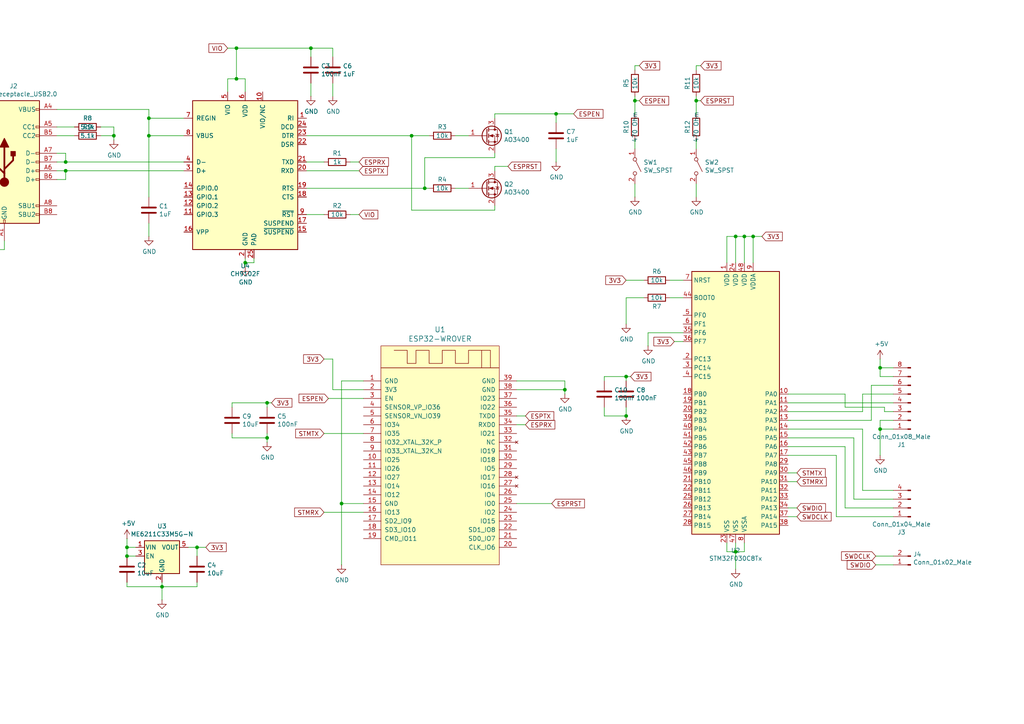
<source format=kicad_sch>
(kicad_sch (version 20250114) (generator "eeschema") (generator_version "9.0")
  (paper "A4")
  (lib_symbols
    (symbol "Connector:Conn_01x02_Male" (pin_names (offset 1.016) (hide yes))
      (property "Reference" "J" (at 0 2.54 0))
      (property "Value" "Connector_Conn_01x02_Male" (at 0 -5.08 0))
      (symbol "Conn_01x02_Male_1_1"
        (rectangle (start 0.8636 0.127) (end 0 -0.127) (stroke (width 0.1524)) (fill (type outline)))
        (rectangle (start 0.8636 -2.413) (end 0 -2.667) (stroke (width 0.1524)) (fill (type outline)))
        (polyline (pts (xy 1.27 0) (xy 0.8636 0)) (stroke (width 0.1524)))
        (polyline (pts (xy 1.27 -2.54) (xy 0.8636 -2.54)) (stroke (width 0.1524)))
        (pin passive line (at 5.08 0 180) (length 3.81) (name "Pin_1") (number "1"))
        (pin passive line (at 5.08 -2.54 180) (length 3.81) (name "Pin_2") (number "2"))
      )
    )
    (symbol "Connector:Conn_01x04_Male" (pin_names (offset 1.016) (hide yes))
      (property "Reference" "J" (at 0 5.08 0))
      (property "Value" "Connector_Conn_01x04_Male" (at 0 -7.62 0))
      (symbol "Conn_01x04_Male_1_1"
        (rectangle (start 0.8636 2.667) (end 0 2.413) (stroke (width 0.1524)) (fill (type outline)))
        (rectangle (start 0.8636 0.127) (end 0 -0.127) (stroke (width 0.1524)) (fill (type outline)))
        (rectangle (start 0.8636 -2.413) (end 0 -2.667) (stroke (width 0.1524)) (fill (type outline)))
        (rectangle (start 0.8636 -4.953) (end 0 -5.207) (stroke (width 0.1524)) (fill (type outline)))
        (polyline (pts (xy 1.27 2.54) (xy 0.8636 2.54)) (stroke (width 0.1524)))
        (polyline (pts (xy 1.27 0) (xy 0.8636 0)) (stroke (width 0.1524)))
        (polyline (pts (xy 1.27 -2.54) (xy 0.8636 -2.54)) (stroke (width 0.1524)))
        (polyline (pts (xy 1.27 -5.08) (xy 0.8636 -5.08)) (stroke (width 0.1524)))
        (pin passive line (at 5.08 2.54 180) (length 3.81) (name "Pin_1") (number "1"))
        (pin passive line (at 5.08 0 180) (length 3.81) (name "Pin_2") (number "2"))
        (pin passive line (at 5.08 -2.54 180) (length 3.81) (name "Pin_3") (number "3"))
        (pin passive line (at 5.08 -5.08 180) (length 3.81) (name "Pin_4") (number "4"))
      )
    )
    (symbol "Connector:Conn_01x08_Male" (pin_names (offset 1.016) (hide yes))
      (property "Reference" "J" (at 0 10.16 0))
      (property "Value" "Connector_Conn_01x08_Male" (at 0 -12.7 0))
      (symbol "Conn_01x08_Male_1_1"
        (rectangle (start 0.8636 7.747) (end 0 7.493) (stroke (width 0.1524)) (fill (type outline)))
        (rectangle (start 0.8636 5.207) (end 0 4.953) (stroke (width 0.1524)) (fill (type outline)))
        (rectangle (start 0.8636 2.667) (end 0 2.413) (stroke (width 0.1524)) (fill (type outline)))
        (rectangle (start 0.8636 0.127) (end 0 -0.127) (stroke (width 0.1524)) (fill (type outline)))
        (rectangle (start 0.8636 -2.413) (end 0 -2.667) (stroke (width 0.1524)) (fill (type outline)))
        (rectangle (start 0.8636 -4.953) (end 0 -5.207) (stroke (width 0.1524)) (fill (type outline)))
        (rectangle (start 0.8636 -7.493) (end 0 -7.747) (stroke (width 0.1524)) (fill (type outline)))
        (rectangle (start 0.8636 -10.033) (end 0 -10.287) (stroke (width 0.1524)) (fill (type outline)))
        (polyline (pts (xy 1.27 7.62) (xy 0.8636 7.62)) (stroke (width 0.1524)))
        (polyline (pts (xy 1.27 5.08) (xy 0.8636 5.08)) (stroke (width 0.1524)))
        (polyline (pts (xy 1.27 2.54) (xy 0.8636 2.54)) (stroke (width 0.1524)))
        (polyline (pts (xy 1.27 0) (xy 0.8636 0)) (stroke (width 0.1524)))
        (polyline (pts (xy 1.27 -2.54) (xy 0.8636 -2.54)) (stroke (width 0.1524)))
        (polyline (pts (xy 1.27 -5.08) (xy 0.8636 -5.08)) (stroke (width 0.1524)))
        (polyline (pts (xy 1.27 -7.62) (xy 0.8636 -7.62)) (stroke (width 0.1524)))
        (polyline (pts (xy 1.27 -10.16) (xy 0.8636 -10.16)) (stroke (width 0.1524)))
        (pin passive line (at 5.08 7.62 180) (length 3.81) (name "Pin_1") (number "1"))
        (pin passive line (at 5.08 5.08 180) (length 3.81) (name "Pin_2") (number "2"))
        (pin passive line (at 5.08 2.54 180) (length 3.81) (name "Pin_3") (number "3"))
        (pin passive line (at 5.08 0 180) (length 3.81) (name "Pin_4") (number "4"))
        (pin passive line (at 5.08 -2.54 180) (length 3.81) (name "Pin_5") (number "5"))
        (pin passive line (at 5.08 -5.08 180) (length 3.81) (name "Pin_6") (number "6"))
        (pin passive line (at 5.08 -7.62 180) (length 3.81) (name "Pin_7") (number "7"))
        (pin passive line (at 5.08 -10.16 180) (length 3.81) (name "Pin_8") (number "8"))
      )
    )
    (symbol "Device:C" (pin_numbers (hide yes)) (pin_names (offset 0.254))
      (property "Reference" "C" (at 0.635 2.54 0))
      (property "Value" "C" (at 0.635 -2.54 0))
      (symbol "C_0_1"
        (polyline (pts (xy -2.032 0.762) (xy 2.032 0.762)) (stroke (width 0.508)))
        (polyline (pts (xy -2.032 -0.762) (xy 2.032 -0.762)) (stroke (width 0.508)))
      )
      (symbol "C_1_1"
        (pin passive line (at 0 3.81 270) (length 2.794) (name "~") (number "1"))
        (pin passive line (at 0 -3.81 90) (length 2.794) (name "~") (number "2"))
      )
    )
    (symbol "Device:R" (pin_numbers (hide yes)) (pin_names (offset 0))
      (property "Reference" "R" (at 2.032 0 90))
      (property "Value" "R" (at 0 0 90))
      (symbol "R_0_1"
        (rectangle (start -1.016 -2.54) (end 1.016 2.54) (stroke (width 0.254)))
      )
      (symbol "R_1_1"
        (pin passive line (at 0 3.81 270) (length 1.27) (name "~") (number "1"))
        (pin passive line (at 0 -3.81 90) (length 1.27) (name "~") (number "2"))
      )
    )
    (symbol "Regulator_Linear:AP2112K-3.3" (pin_names (offset 0.254))
      (property "Reference" "U" (at -5.08 5.715 0))
      (property "Value" "AP2112K-3.3" (at 0 5.715 0))
      (symbol "AP2112K-3.3_0_1"
        (rectangle (start -5.08 4.445) (end 5.08 -5.08) (stroke (width 0.254)) (fill (type background)))
      )
      (symbol "AP2112K-3.3_1_1"
        (pin power_in line (at -7.62 2.54 0) (length 2.54) (name "VIN") (number "1"))
        (pin input line (at -7.62 0 0) (length 2.54) (name "EN") (number "3"))
        (pin power_in line (at 0 -7.62 90) (length 2.54) (name "GND") (number "2"))
        (pin no_connect line (at 5.08 0 180) (length 2.54) (hide yes) (name "NC") (number "4"))
        (pin power_out line (at 7.62 2.54 180) (length 2.54) (name "VOUT") (number "5"))
      )
    )
    (symbol "Switch:SW_SPST" (pin_names (offset 0) (hide yes))
      (property "Reference" "SW" (at 0 3.175 0))
      (property "Value" "SW_SPST" (at 0 -2.54 0))
      (symbol "SW_SPST_0_0"
        (circle (center -2.032 0) (radius 0.508))
        (polyline (pts (xy -1.524 0.254) (xy 1.524 1.778)))
        (circle (center 2.032 0) (radius 0.508))
      )
      (symbol "SW_SPST_1_1"
        (pin passive line (at -5.08 0 0) (length 2.54) (name "A") (number "1"))
        (pin passive line (at 5.08 0 180) (length 2.54) (name "B") (number "2"))
      )
    )
    (symbol "Transistor_FET:BSS138" (pin_names (hide yes))
      (property "Reference" "Q" (at 5.08 1.905 0))
      (property "Value" "BSS138" (at 5.08 0 0))
      (symbol "BSS138_0_1"
        (polyline (pts (xy 0.254 1.905) (xy 0.254 -1.905)) (stroke (width 0.254)))
        (polyline (pts (xy 0.254 0) (xy -2.54 0)))
        (polyline (pts (xy 0.762 2.286) (xy 0.762 1.27)) (stroke (width 0.254)))
        (polyline (pts (xy 0.762 0.508) (xy 0.762 -0.508)) (stroke (width 0.254)))
        (polyline (pts (xy 0.762 -1.27) (xy 0.762 -2.286)) (stroke (width 0.254)))
        (polyline (pts (xy 0.762 -1.778) (xy 3.302 -1.778) (xy 3.302 1.778) (xy 0.762 1.778)))
        (polyline (pts (xy 1.016 0) (xy 2.032 0.381) (xy 2.032 -0.381) (xy 1.016 0)) (fill (type outline)))
        (circle (center 1.651 0) (radius 2.794) (stroke (width 0.254)))
        (polyline (pts (xy 2.54 2.54) (xy 2.54 1.778)))
        (circle (center 2.54 1.778) (radius 0.254) (fill (type outline)))
        (circle (center 2.54 -1.778) (radius 0.254) (fill (type outline)))
        (polyline (pts (xy 2.54 -2.54) (xy 2.54 0) (xy 0.762 0)))
        (polyline (pts (xy 2.794 0.508) (xy 2.921 0.381) (xy 3.683 0.381) (xy 3.81 0.254)))
        (polyline (pts (xy 3.302 0.381) (xy 2.921 -0.254) (xy 3.683 -0.254) (xy 3.302 0.381)))
      )
      (symbol "BSS138_1_1"
        (pin input line (at -5.08 0 0) (length 2.54) (name "G") (number "1"))
        (pin passive line (at 2.54 5.08 270) (length 2.54) (name "D") (number "3"))
        (pin passive line (at 2.54 -5.08 90) (length 2.54) (name "S") (number "2"))
      )
    )
    (symbol "edgedriver-cache:Interface_USB_CP2104" (pin_names (offset 1.016))
      (property "Reference" "U" (at -7.62 23.495 0))
      (property "Value" "Interface_USB_CP2104" (at -7.62 21.59 0))
      (symbol "Interface_USB_CP2104_0_1"
        (rectangle (start -15.24 20.32) (end 15.24 -22.86) (stroke (width 0.254)) (fill (type background)))
      )
      (symbol "Interface_USB_CP2104_1_1"
        (pin power_in line (at -17.78 15.24 0) (length 2.54) (name "REGIN") (number "7"))
        (pin input line (at -17.78 10.16 0) (length 2.54) (name "VBUS") (number "8"))
        (pin bidirectional line (at -17.78 2.54 0) (length 2.54) (name "D-") (number "4"))
        (pin bidirectional line (at -17.78 0 0) (length 2.54) (name "D+") (number "3"))
        (pin bidirectional line (at -17.78 -5.08 0) (length 2.54) (name "GPIO.0") (number "14"))
        (pin bidirectional line (at -17.78 -7.62 0) (length 2.54) (name "GPIO.1") (number "13"))
        (pin bidirectional line (at -17.78 -10.16 0) (length 2.54) (name "GPIO.2") (number "12"))
        (pin bidirectional line (at -17.78 -12.7 0) (length 2.54) (name "GPIO.3") (number "11"))
        (pin passive line (at -17.78 -17.78 0) (length 2.54) (name "VPP") (number "16"))
        (pin power_in line (at -5.08 22.86 270) (length 2.54) (name "VIO") (number "5"))
        (pin power_in line (at 0 22.86 270) (length 2.54) (name "VDD") (number "6"))
        (pin power_in line (at 0 -25.4 90) (length 2.54) (name "GND") (number "2"))
        (pin power_in line (at 2.54 -25.4 90) (length 2.54) (name "PAD") (number "25"))
        (pin power_out line (at 5.08 22.86 270) (length 2.54) (name "VIO/NC") (number "10"))
        (pin input line (at 17.78 15.24 180) (length 2.54) (name "RI") (number "1"))
        (pin input line (at 17.78 12.7 180) (length 2.54) (name "DCD") (number "24"))
        (pin output line (at 17.78 10.16 180) (length 2.54) (name "DTR") (number "23"))
        (pin input line (at 17.78 7.62 180) (length 2.54) (name "DSR") (number "22"))
        (pin output line (at 17.78 2.54 180) (length 2.54) (name "TXD") (number "21"))
        (pin input line (at 17.78 0 180) (length 2.54) (name "RXD") (number "20"))
        (pin output line (at 17.78 -5.08 180) (length 2.54) (name "RTS") (number "19"))
        (pin input line (at 17.78 -7.62 180) (length 2.54) (name "CTS") (number "18"))
        (pin bidirectional line (at 17.78 -12.7 180) (length 2.54) (name "~{RST}") (number "9"))
        (pin output line (at 17.78 -15.24 180) (length 2.54) (name "SUSPEND") (number "17"))
        (pin output line (at 17.78 -17.78 180) (length 2.54) (name "~{SUSPEND}") (number "15"))
      )
    )
    (symbol "edgedriver-cache:MCU_ST_STM32F0_STM32F030C8Tx"
      (property "Reference" "U" (at -12.7 39.37 0))
      (property "Value" "MCU_ST_STM32F0_STM32F030C8Tx" (at 7.62 39.37 0))
      (symbol "MCU_ST_STM32F0_STM32F030C8Tx_0_1"
        (rectangle (start -12.7 -38.1) (end 12.7 38.1) (stroke (width 0.254)) (fill (type background)))
      )
      (symbol "MCU_ST_STM32F0_STM32F030C8Tx_1_1"
        (pin input line (at -15.24 35.56 0) (length 2.54) (name "NRST") (number "7"))
        (pin input line (at -15.24 30.48 0) (length 2.54) (name "BOOT0") (number "44"))
        (pin input line (at -15.24 25.4 0) (length 2.54) (name "PF0") (number "5"))
        (pin input line (at -15.24 22.86 0) (length 2.54) (name "PF1") (number "6"))
        (pin bidirectional line (at -15.24 20.32 0) (length 2.54) (name "PF6") (number "35"))
        (pin bidirectional line (at -15.24 17.78 0) (length 2.54) (name "PF7") (number "36"))
        (pin bidirectional line (at -15.24 12.7 0) (length 2.54) (name "PC13") (number "2"))
        (pin bidirectional line (at -15.24 10.16 0) (length 2.54) (name "PC14") (number "3"))
        (pin bidirectional line (at -15.24 7.62 0) (length 2.54) (name "PC15") (number "4"))
        (pin bidirectional line (at -15.24 2.54 0) (length 2.54) (name "PB0") (number "18"))
        (pin bidirectional line (at -15.24 0 0) (length 2.54) (name "PB1") (number "19"))
        (pin bidirectional line (at -15.24 -2.54 0) (length 2.54) (name "PB2") (number "20"))
        (pin bidirectional line (at -15.24 -5.08 0) (length 2.54) (name "PB3") (number "39"))
        (pin bidirectional line (at -15.24 -7.62 0) (length 2.54) (name "PB4") (number "40"))
        (pin bidirectional line (at -15.24 -10.16 0) (length 2.54) (name "PB5") (number "41"))
        (pin bidirectional line (at -15.24 -12.7 0) (length 2.54) (name "PB6") (number "42"))
        (pin bidirectional line (at -15.24 -15.24 0) (length 2.54) (name "PB7") (number "43"))
        (pin bidirectional line (at -15.24 -17.78 0) (length 2.54) (name "PB8") (number "45"))
        (pin bidirectional line (at -15.24 -20.32 0) (length 2.54) (name "PB9") (number "46"))
        (pin bidirectional line (at -15.24 -22.86 0) (length 2.54) (name "PB10") (number "21"))
        (pin bidirectional line (at -15.24 -25.4 0) (length 2.54) (name "PB11") (number "22"))
        (pin bidirectional line (at -15.24 -27.94 0) (length 2.54) (name "PB12") (number "25"))
        (pin bidirectional line (at -15.24 -30.48 0) (length 2.54) (name "PB13") (number "26"))
        (pin bidirectional line (at -15.24 -33.02 0) (length 2.54) (name "PB14") (number "27"))
        (pin bidirectional line (at -15.24 -35.56 0) (length 2.54) (name "PB15") (number "28"))
        (pin power_in line (at -2.54 40.64 270) (length 2.54) (name "VDD") (number "1"))
        (pin power_in line (at -2.54 -40.64 90) (length 2.54) (name "VSS") (number "23"))
        (pin power_in line (at 0 40.64 270) (length 2.54) (name "VDD") (number "24"))
        (pin power_in line (at 0 -40.64 90) (length 2.54) (name "VSS") (number "47"))
        (pin power_in line (at 2.54 40.64 270) (length 2.54) (name "VDD") (number "48"))
        (pin power_in line (at 2.54 -40.64 90) (length 2.54) (name "VSSA") (number "8"))
        (pin power_in line (at 5.08 40.64 270) (length 2.54) (name "VDDA") (number "9"))
        (pin bidirectional line (at 15.24 2.54 180) (length 2.54) (name "PA0") (number "10"))
        (pin bidirectional line (at 15.24 0 180) (length 2.54) (name "PA1") (number "11"))
        (pin bidirectional line (at 15.24 -2.54 180) (length 2.54) (name "PA2") (number "12"))
        (pin bidirectional line (at 15.24 -5.08 180) (length 2.54) (name "PA3") (number "13"))
        (pin bidirectional line (at 15.24 -7.62 180) (length 2.54) (name "PA4") (number "14"))
        (pin bidirectional line (at 15.24 -10.16 180) (length 2.54) (name "PA5") (number "15"))
        (pin bidirectional line (at 15.24 -12.7 180) (length 2.54) (name "PA6") (number "16"))
        (pin bidirectional line (at 15.24 -15.24 180) (length 2.54) (name "PA7") (number "17"))
        (pin bidirectional line (at 15.24 -17.78 180) (length 2.54) (name "PA8") (number "29"))
        (pin bidirectional line (at 15.24 -20.32 180) (length 2.54) (name "PA9") (number "30"))
        (pin bidirectional line (at 15.24 -22.86 180) (length 2.54) (name "PA10") (number "31"))
        (pin bidirectional line (at 15.24 -25.4 180) (length 2.54) (name "PA11") (number "32"))
        (pin bidirectional line (at 15.24 -27.94 180) (length 2.54) (name "PA12") (number "33"))
        (pin bidirectional line (at 15.24 -30.48 180) (length 2.54) (name "PA13") (number "34"))
        (pin bidirectional line (at 15.24 -33.02 180) (length 2.54) (name "PA14") (number "37"))
        (pin bidirectional line (at 15.24 -35.56 180) (length 2.54) (name "PA15") (number "38"))
      )
    )
    (symbol "edgedriver-rescue:USB_C_Receptacle_USB2.0-Connector" (pin_names (offset 1.016))
      (property "Reference" "J" (at -10.16 19.05 0))
      (property "Value" "USB_C_Receptacle_USB2.0-Connector" (at 19.05 19.05 0))
      (symbol "USB_C_Receptacle_USB2.0-Connector_0_0"
        (rectangle (start -0.254 -17.78) (end 0.254 -16.764))
        (rectangle (start 10.16 15.494) (end 9.144 14.986))
        (rectangle (start 10.16 10.414) (end 9.144 9.906))
        (rectangle (start 10.16 7.874) (end 9.144 7.366))
        (rectangle (start 10.16 2.794) (end 9.144 2.286))
        (rectangle (start 10.16 0.254) (end 9.144 -0.254))
        (rectangle (start 10.16 -2.286) (end 9.144 -2.794))
        (rectangle (start 10.16 -4.826) (end 9.144 -5.334))
        (rectangle (start 10.16 -12.446) (end 9.144 -12.954))
        (rectangle (start 10.16 -14.986) (end 9.144 -15.494))
      )
      (symbol "USB_C_Receptacle_USB2.0-Connector_0_1"
        (rectangle (start -10.16 17.78) (end 10.16 -17.78) (stroke (width 0.254)) (fill (type background)))
        (polyline (pts (xy -8.89 -3.81) (xy -8.89 3.81)) (stroke (width 0.508)))
        (rectangle (start -7.62 -3.81) (end -6.35 3.81) (stroke (width 0.254)) (fill (type outline)))
        (arc (start -8.89 3.81) (mid -6.985 5.715) (end -5.08 3.81) (stroke (width 0.508)))
        (arc (start -7.62 3.81) (mid -6.985 4.445) (end -6.35 3.81) (stroke (width 0.254)))
        (arc (start -7.62 3.81) (mid -6.985 4.445) (end -6.35 3.81) (stroke (width 0.254)) (fill (type outline)))
        (arc (start -6.35 -3.81) (mid -6.985 -4.445) (end -7.62 -3.81) (stroke (width 0.254)))
        (arc (start -6.35 -3.81) (mid -6.985 -4.445) (end -7.62 -3.81) (stroke (width 0.254)) (fill (type outline)))
        (arc (start -5.08 -3.81) (mid -6.985 -5.715) (end -8.89 -3.81) (stroke (width 0.508)))
        (polyline (pts (xy -5.08 3.81) (xy -5.08 -3.81)) (stroke (width 0.508)))
        (circle (center -2.54 1.143) (radius 0.635) (stroke (width 0.254)) (fill (type outline)))
        (polyline (pts (xy -1.27 4.318) (xy 0 6.858) (xy 1.27 4.318) (xy -1.27 4.318)) (stroke (width 0.254)) (fill (type outline)))
        (polyline (pts (xy 0 -2.032) (xy 2.54 0.508) (xy 2.54 1.778)) (stroke (width 0.508)))
        (polyline (pts (xy 0 -3.302) (xy -2.54 -0.762) (xy -2.54 0.508)) (stroke (width 0.508)))
        (polyline (pts (xy 0 -5.842) (xy 0 4.318)) (stroke (width 0.508)))
        (circle (center 0 -5.842) (radius 1.27) (fill (type outline)))
        (rectangle (start 1.905 1.778) (end 3.175 3.048) (stroke (width 0.254)) (fill (type outline)))
      )
      (symbol "USB_C_Receptacle_USB2.0-Connector_1_1"
        (pin passive line (at -7.62 -22.86 90) (length 5.08) (name "SHIELD") (number "S1"))
        (pin power_in line (at 0 -22.86 90) (length 5.08) (name "GND") (number "A1"))
        (pin passive line (at 0 -22.86 90) (length 5.08) (hide yes) (name "GND") (number "A12"))
        (pin passive line (at 0 -22.86 90) (length 5.08) (hide yes) (name "GND") (number "B1"))
        (pin passive line (at 0 -22.86 90) (length 5.08) (hide yes) (name "GND") (number "B12"))
        (pin power_in line (at 15.24 15.24 180) (length 5.08) (name "VBUS") (number "A4"))
        (pin passive line (at 15.24 15.24 180) (length 5.08) (hide yes) (name "VBUS") (number "A9"))
        (pin passive line (at 15.24 15.24 180) (length 5.08) (hide yes) (name "VBUS") (number "B4"))
        (pin passive line (at 15.24 15.24 180) (length 5.08) (hide yes) (name "VBUS") (number "B9"))
        (pin bidirectional line (at 15.24 10.16 180) (length 5.08) (name "CC1") (number "A5"))
        (pin bidirectional line (at 15.24 7.62 180) (length 5.08) (name "CC2") (number "B5"))
        (pin bidirectional line (at 15.24 2.54 180) (length 5.08) (name "D-") (number "A7"))
        (pin bidirectional line (at 15.24 0 180) (length 5.08) (name "D-") (number "B7"))
        (pin bidirectional line (at 15.24 -2.54 180) (length 5.08) (name "D+") (number "A6"))
        (pin bidirectional line (at 15.24 -5.08 180) (length 5.08) (name "D+") (number "B6"))
        (pin bidirectional line (at 15.24 -12.7 180) (length 5.08) (name "SBU1") (number "A8"))
        (pin bidirectional line (at 15.24 -15.24 180) (length 5.08) (name "SBU2") (number "B8"))
      )
    )
    (symbol "esp32-wrover:ESP32-WROVER" (pin_names (offset 1.016))
      (property "Reference" "U" (at -15.24 -33.02 0))
      (property "Value" "ESP32-WROVER" (at 6.35 -33.02 0))
      (symbol "ESP32-WROVER_0_1"
        (rectangle (start -17.78 29.21) (end 16.51 22.86) (fill (type background)))
        (rectangle (start -17.78 22.86) (end 16.51 -34.29) (fill (type background)))
        (polyline (pts (xy -13.97 27.94) (xy -10.16 27.94) (xy -10.16 24.13) (xy -7.62 24.13) (xy -7.62 27.94) (xy -3.81 27.94) (xy -3.81 24.13) (xy 0 24.13) (xy 0 27.94) (xy 3.81 27.94) (xy 3.81 24.13) (xy 7.62 24.13) (xy 7.62 27.94) (xy 11.43 27.94) (xy 11.43 22.86)))
        (polyline (pts (xy 11.43 27.94) (xy 13.97 27.94) (xy 13.97 22.86)))
      )
      (symbol "ESP32-WROVER_1_1"
        (pin power_in line (at -22.86 19.05 0) (length 5.08) (name "GND") (number "1"))
        (pin power_in line (at -22.86 16.51 0) (length 5.08) (name "3V3") (number "2"))
        (pin input line (at -22.86 13.97 0) (length 5.08) (name "EN") (number "3"))
        (pin input line (at -22.86 11.43 0) (length 5.08) (name "SENSOR_VP_IO36") (number "4"))
        (pin input line (at -22.86 8.89 0) (length 5.08) (name "SENSOR_VN_IO39") (number "5"))
        (pin input line (at -22.86 6.35 0) (length 5.08) (name "IO34") (number "6"))
        (pin input line (at -22.86 3.81 0) (length 5.08) (name "IO35") (number "7"))
        (pin bidirectional line (at -22.86 1.27 0) (length 5.08) (name "IO32_XTAL_32K_P") (number "8"))
        (pin bidirectional line (at -22.86 -1.27 0) (length 5.08) (name "IO33_XTAL_32K_N") (number "9"))
        (pin bidirectional line (at -22.86 -3.81 0) (length 5.08) (name "IO25") (number "10"))
        (pin bidirectional line (at -22.86 -6.35 0) (length 5.08) (name "IO26") (number "11"))
        (pin bidirectional line (at -22.86 -8.89 0) (length 5.08) (name "IO27") (number "12"))
        (pin bidirectional line (at -22.86 -11.43 0) (length 5.08) (name "IO14") (number "13"))
        (pin bidirectional line (at -22.86 -13.97 0) (length 5.08) (name "IO12") (number "14"))
        (pin power_in line (at -22.86 -16.51 0) (length 5.08) (name "GND") (number "15"))
        (pin bidirectional line (at -22.86 -19.05 0) (length 5.08) (name "IO13") (number "16"))
        (pin bidirectional line (at -22.86 -21.59 0) (length 5.08) (name "SD2_IO9") (number "17"))
        (pin bidirectional line (at -22.86 -24.13 0) (length 5.08) (name "SD3_IO10") (number "18"))
        (pin bidirectional line (at -22.86 -26.67 0) (length 5.08) (name "CMD_IO11") (number "19"))
        (pin power_in line (at 21.59 19.05 180) (length 5.08) (name "GND") (number "39"))
        (pin power_in line (at 21.59 16.51 180) (length 5.08) (name "GND") (number "38"))
        (pin bidirectional line (at 21.59 13.97 180) (length 5.08) (name "IO23") (number "37"))
        (pin bidirectional line (at 21.59 11.43 180) (length 5.08) (name "IO22") (number "36"))
        (pin output line (at 21.59 8.89 180) (length 5.08) (name "TXD0") (number "35"))
        (pin input line (at 21.59 6.35 180) (length 5.08) (name "RXD0") (number "34"))
        (pin bidirectional line (at 21.59 3.81 180) (length 5.08) (name "IO21") (number "33"))
        (pin no_connect line (at 21.59 1.27 180) (length 5.08) (name "NC") (number "32"))
        (pin bidirectional line (at 21.59 -1.27 180) (length 5.08) (name "IO19") (number "31"))
        (pin bidirectional line (at 21.59 -3.81 180) (length 5.08) (name "IO18") (number "30"))
        (pin bidirectional line (at 21.59 -6.35 180) (length 5.08) (name "IO5") (number "29"))
        (pin no_connect line (at 21.59 -8.89 180) (length 5.08) (name "IO17") (number "28"))
        (pin no_connect line (at 21.59 -11.43 180) (length 5.08) (name "IO16") (number "27"))
        (pin bidirectional line (at 21.59 -13.97 180) (length 5.08) (name "IO4") (number "26"))
        (pin bidirectional line (at 21.59 -16.51 180) (length 5.08) (name "IO0") (number "25"))
        (pin bidirectional line (at 21.59 -19.05 180) (length 5.08) (name "IO2") (number "24"))
        (pin bidirectional line (at 21.59 -21.59 180) (length 5.08) (name "IO15") (number "23"))
        (pin bidirectional line (at 21.59 -24.13 180) (length 5.08) (name "SD1_IO8") (number "22"))
        (pin bidirectional line (at 21.59 -26.67 180) (length 5.08) (name "SD0_IO7") (number "21"))
        (pin bidirectional line (at 21.59 -29.21 180) (length 5.08) (name "CLK_IO6") (number "20"))
      )
    )
    (symbol "power:+5V" (power) (pin_numbers (hide yes)) (pin_names (offset 0) (hide yes))
      (property "Value" "+5V" (at 0 3.556 0))
      (symbol "+5V_0_1"
        (polyline (pts (xy -0.762 1.27) (xy 0 2.54)))
        (polyline (pts (xy 0 2.54) (xy 0.762 1.27)))
        (polyline (pts (xy 0 0) (xy 0 2.54)))
      )
      (symbol "+5V_1_1"
        (pin power_in line (at 0 0 90) (length 0) (name "~") (number "1"))
      )
    )
    (symbol "power:GND" (power) (pin_numbers (hide yes)) (pin_names (offset 0) (hide yes))
      (property "Value" "GND" (at 0 -3.81 0))
      (symbol "GND_0_1"
        (polyline (pts (xy 0 0) (xy 0 -1.27) (xy 1.27 -1.27) (xy 0 -2.54) (xy -1.27 -1.27) (xy 0 -1.27)))
      )
      (symbol "GND_1_1"
        (pin power_in line (at 0 0 270) (length 0) (name "~") (number "1"))
      )
    )
  )
  (junction (at 184.15 29.21))
  (junction (at 77.47 127))
  (junction (at 43.18 39.37))
  (junction (at 255.27 124.46))
  (junction (at 218.44 68.58))
  (junction (at 181.61 120.65))
  (junction (at 43.18 34.29))
  (junction (at 68.58 13.97))
  (junction (at 181.61 109.22))
  (junction (at 215.9 68.58))
  (junction (at 57.15 158.75))
  (junction (at 161.29 33.02))
  (junction (at 77.47 116.84))
  (junction (at 119.38 39.37))
  (junction (at 36.83 161.29))
  (junction (at 19.05 49.53))
  (junction (at 19.05 46.99))
  (junction (at 46.99 170.18))
  (junction (at 90.17 13.97))
  (junction (at -2.54 72.39))
  (junction (at 71.12 76.2))
  (junction (at 201.93 29.21))
  (junction (at 36.83 158.75))
  (junction (at 99.06 146.05))
  (junction (at 33.02 39.37))
  (junction (at 255.27 106.68))
  (junction (at 123.19 54.61))
  (junction (at 213.36 160.02))
  (junction (at 68.58 22.86))
  (junction (at 163.83 113.03))
  (junction (at 213.36 68.58))
  (wire (pts (xy 242.57 149.86) (xy 259.08 149.86)))
  (wire (pts (xy 215.9 68.58) (xy 218.44 68.58)))
  (wire (pts (xy 96.52 104.14) (xy 96.52 113.03)))
  (wire (pts (xy 181.61 118.11) (xy 181.61 120.65)))
  (wire (pts (xy 143.51 49.53) (xy 143.51 48.26)))
  (wire (pts (xy 43.18 39.37) (xy 53.34 39.37)))
  (wire (pts (xy 29.21 36.83) (xy 33.02 36.83)))
  (wire (pts (xy 43.18 34.29) (xy 43.18 39.37)))
  (wire (pts (xy -2.54 72.39) (xy -2.54 82.55)))
  (wire (pts (xy 90.17 16.51) (xy 90.17 13.97)))
  (bus (pts (xy -31.75 -25.4) (xy -29.21 -22.86)))
  (wire (pts (xy 228.6 129.54) (xy 245.11 129.54)))
  (wire (pts (xy 184.15 40.64) (xy 184.15 43.18)))
  (wire (pts (xy 29.21 39.37) (xy 33.02 39.37)))
  (wire (pts (xy 123.19 45.72) (xy 143.51 45.72)))
  (wire (pts (xy 255.27 124.46) (xy 259.08 124.46)))
  (wire (pts (xy 33.02 36.83) (xy 33.02 39.37)))
  (wire (pts (xy 93.98 46.99) (xy 88.9 46.99)))
  (wire (pts (xy 210.82 157.48) (xy 210.82 160.02)))
  (wire (pts (xy 163.83 110.49) (xy 163.83 113.03)))
  (wire (pts (xy 247.65 144.78) (xy 259.08 144.78)))
  (wire (pts (xy 228.6 114.3) (xy 245.11 114.3)))
  (wire (pts (xy 213.36 165.1) (xy 213.36 160.02)))
  (wire (pts (xy 203.2 29.21) (xy 201.93 29.21)))
  (wire (pts (xy 67.31 127) (xy 77.47 127)))
  (wire (pts (xy 245.11 147.32) (xy 259.08 147.32)))
  (wire (pts (xy 96.52 13.97) (xy 90.17 13.97)))
  (wire (pts (xy 184.15 53.34) (xy 184.15 57.15)))
  (wire (pts (xy 175.26 109.22) (xy 175.26 110.49)))
  (wire (pts (xy 66.04 22.86) (xy 68.58 22.86)))
  (wire (pts (xy 105.41 115.57) (xy 95.25 115.57)))
  (wire (pts (xy 231.14 147.32) (xy 228.6 147.32)))
  (wire (pts (xy 175.26 120.65) (xy 181.61 120.65)))
  (wire (pts (xy 152.4 123.19) (xy 149.86 123.19)))
  (wire (pts (xy 228.6 119.38) (xy 250.19 119.38)))
  (wire (pts (xy 247.65 127) (xy 247.65 144.78)))
  (wire (pts (xy 228.6 127) (xy 247.65 127)))
  (wire (pts (xy 101.6 46.99) (xy 104.14 46.99)))
  (wire (pts (xy 88.9 49.53) (xy 104.14 49.53)))
  (wire (pts (xy 256.54 118.11) (xy 256.54 119.38)))
  (wire (pts (xy 254 161.29) (xy 259.08 161.29)))
  (wire (pts (xy 66.04 13.97) (xy 68.58 13.97)))
  (wire (pts (xy 96.52 16.51) (xy 96.52 13.97)))
  (wire (pts (xy 215.9 68.58) (xy 215.9 76.2)))
  (wire (pts (xy 181.61 109.22) (xy 181.61 110.49)))
  (wire (pts (xy 71.12 22.86) (xy 71.12 26.67)))
  (wire (pts (xy 119.38 39.37) (xy 124.46 39.37)))
  (wire (pts (xy 93.98 62.23) (xy 88.9 62.23)))
  (wire (pts (xy 175.26 118.11) (xy 175.26 120.65)))
  (wire (pts (xy 213.36 68.58) (xy 210.82 68.58)))
  (wire (pts (xy 186.69 86.36) (xy 181.61 86.36)))
  (wire (pts (xy 215.9 160.02) (xy 215.9 157.48)))
  (wire (pts (xy 105.41 110.49) (xy 99.06 110.49)))
  (wire (pts (xy 36.83 156.21) (xy 36.83 158.75)))
  (wire (pts (xy 119.38 39.37) (xy 119.38 60.96)))
  (wire (pts (xy 90.17 24.13) (xy 90.17 27.94)))
  (wire (pts (xy 101.6 62.23) (xy 104.14 62.23)))
  (wire (pts (xy 184.15 27.94) (xy 184.15 29.21)))
  (wire (pts (xy 46.99 173.99) (xy 46.99 170.18)))
  (wire (pts (xy 195.58 99.06) (xy 198.12 99.06)))
  (wire (pts (xy 105.41 146.05) (xy 99.06 146.05)))
  (wire (pts (xy 77.47 127) (xy 77.47 128.27)))
  (wire (pts (xy 181.61 93.98) (xy 181.61 86.36)))
  (wire (pts (xy 33.02 39.37) (xy 33.02 40.64)))
  (wire (pts (xy 71.12 76.2) (xy 71.12 77.47)))
  (wire (pts (xy 16.51 52.07) (xy 19.05 52.07)))
  (wire (pts (xy 186.69 81.28) (xy 181.61 81.28)))
  (wire (pts (xy 181.61 109.22) (xy 175.26 109.22)))
  (wire (pts (xy 99.06 146.05) (xy 99.06 163.83)))
  (wire (pts (xy 132.08 54.61) (xy 135.89 54.61)))
  (wire (pts (xy 53.34 49.53) (xy 19.05 49.53)))
  (wire (pts (xy 73.66 76.2) (xy 71.12 76.2)))
  (wire (pts (xy 228.6 121.92) (xy 252.73 121.92)))
  (wire (pts (xy 93.98 125.73) (xy 105.41 125.73)))
  (wire (pts (xy 39.37 161.29) (xy 36.83 161.29)))
  (wire (pts (xy 252.73 121.92) (xy 252.73 111.76)))
  (wire (pts (xy 143.51 45.72) (xy 143.51 44.45)))
  (wire (pts (xy 152.4 120.65) (xy 149.86 120.65)))
  (wire (pts (xy 201.93 29.21) (xy 201.93 33.02)))
  (wire (pts (xy 96.52 24.13) (xy 96.52 27.94)))
  (wire (pts (xy 161.29 33.02) (xy 143.51 33.02)))
  (wire (pts (xy 255.27 104.14) (xy 255.27 106.68)))
  (wire (pts (xy 43.18 34.29) (xy 53.34 34.29)))
  (wire (pts (xy 210.82 68.58) (xy 210.82 76.2)))
  (wire (pts (xy 213.36 68.58) (xy 215.9 68.58)))
  (wire (pts (xy 184.15 29.21) (xy 184.15 33.02)))
  (wire (pts (xy 149.86 110.49) (xy 163.83 110.49)))
  (wire (pts (xy 231.14 137.16) (xy 228.6 137.16)))
  (wire (pts (xy 149.86 113.03) (xy 163.83 113.03)))
  (wire (pts (xy 255.27 121.92) (xy 259.08 121.92)))
  (wire (pts (xy 66.04 26.67) (xy 66.04 22.86)))
  (wire (pts (xy 250.19 142.24) (xy 259.08 142.24)))
  (wire (pts (xy 218.44 68.58) (xy 218.44 76.2)))
  (wire (pts (xy 78.74 116.84) (xy 77.47 116.84)))
  (wire (pts (xy 256.54 119.38) (xy 259.08 119.38)))
  (wire (pts (xy 143.51 60.96) (xy 143.51 59.69)))
  (wire (pts (xy 182.88 109.22) (xy 181.61 109.22)))
  (wire (pts (xy 201.93 27.94) (xy 201.93 29.21)))
  (wire (pts (xy 255.27 106.68) (xy 255.27 109.22)))
  (wire (pts (xy 203.2 19.05) (xy 201.93 19.05)))
  (wire (pts (xy 57.15 158.75) (xy 57.15 161.29)))
  (wire (pts (xy 96.52 113.03) (xy 105.41 113.03)))
  (wire (pts (xy 185.42 19.05) (xy 184.15 19.05)))
  (wire (pts (xy 88.9 54.61) (xy 123.19 54.61)))
  (wire (pts (xy 36.83 158.75) (xy 36.83 161.29)))
  (wire (pts (xy 19.05 44.45) (xy 19.05 46.99)))
  (wire (pts (xy 231.14 139.7) (xy 228.6 139.7)))
  (wire (pts (xy 93.98 104.14) (xy 96.52 104.14)))
  (wire (pts (xy 210.82 160.02) (xy 213.36 160.02)))
  (wire (pts (xy 161.29 35.56) (xy 161.29 33.02)))
  (wire (pts (xy 77.47 116.84) (xy 67.31 116.84)))
  (wire (pts (xy 68.58 13.97) (xy 68.58 22.86)))
  (wire (pts (xy 90.17 13.97) (xy 68.58 13.97)))
  (wire (pts (xy 88.9 39.37) (xy 119.38 39.37)))
  (wire (pts (xy 46.99 168.91) (xy 46.99 170.18)))
  (wire (pts (xy 194.31 81.28) (xy 198.12 81.28)))
  (wire (pts (xy 166.37 33.02) (xy 161.29 33.02)))
  (wire (pts (xy 43.18 39.37) (xy 43.18 57.15)))
  (wire (pts (xy -2.54 72.39) (xy 1.27 72.39)))
  (wire (pts (xy 149.86 146.05) (xy 160.02 146.05)))
  (wire (pts (xy 187.96 100.33) (xy 187.96 96.52)))
  (wire (pts (xy 161.29 43.18) (xy 161.29 46.99)))
  (wire (pts (xy 73.66 74.93) (xy 73.66 76.2)))
  (wire (pts (xy 39.37 158.75) (xy 36.83 158.75)))
  (wire (pts (xy 218.44 68.58) (xy 220.98 68.58)))
  (wire (pts (xy 16.51 39.37) (xy 21.59 39.37)))
  (wire (pts (xy 213.36 160.02) (xy 213.36 157.48)))
  (wire (pts (xy 163.83 113.03) (xy 163.83 114.3)))
  (wire (pts (xy 67.31 116.84) (xy 67.31 118.11)))
  (wire (pts (xy 201.93 19.05) (xy 201.93 20.32)))
  (wire (pts (xy 254 163.83) (xy 259.08 163.83)))
  (wire (pts (xy 93.98 148.59) (xy 105.41 148.59)))
  (wire (pts (xy 57.15 170.18) (xy 46.99 170.18)))
  (wire (pts (xy 54.61 158.75) (xy 57.15 158.75)))
  (wire (pts (xy 123.19 54.61) (xy 124.46 54.61)))
  (wire (pts (xy 187.96 96.52) (xy 198.12 96.52)))
  (wire (pts (xy 228.6 132.08) (xy 242.57 132.08)))
  (wire (pts (xy 19.05 49.53) (xy 16.51 49.53)))
  (wire (pts (xy 255.27 132.08) (xy 255.27 124.46)))
  (wire (pts (xy 99.06 110.49) (xy 99.06 146.05)))
  (wire (pts (xy 67.31 125.73) (xy 67.31 127)))
  (wire (pts (xy 77.47 116.84) (xy 77.47 118.11)))
  (wire (pts (xy 43.18 64.77) (xy 43.18 68.58)))
  (wire (pts (xy 201.93 53.34) (xy 201.93 57.15)))
  (wire (pts (xy 19.05 46.99) (xy 53.34 46.99)))
  (wire (pts (xy 119.38 60.96) (xy 143.51 60.96)))
  (wire (pts (xy 242.57 132.08) (xy 242.57 149.86)))
  (wire (pts (xy 250.19 114.3) (xy 259.08 114.3)))
  (wire (pts (xy 255.27 106.68) (xy 259.08 106.68)))
  (wire (pts (xy 143.51 34.29) (xy 143.51 33.02)))
  (wire (pts (xy 68.58 22.86) (xy 71.12 22.86)))
  (wire (pts (xy 198.12 86.36) (xy 194.31 86.36)))
  (wire (pts (xy 59.69 158.75) (xy 57.15 158.75)))
  (wire (pts (xy 43.18 31.75) (xy 43.18 34.29)))
  (wire (pts (xy 184.15 19.05) (xy 184.15 20.32)))
  (wire (pts (xy 147.32 48.26) (xy 143.51 48.26)))
  (wire (pts (xy 231.14 149.86) (xy 228.6 149.86)))
  (wire (pts (xy 16.51 36.83) (xy 21.59 36.83)))
  (wire (pts (xy 123.19 54.61) (xy 123.19 45.72)))
  (wire (pts (xy -6.35 72.39) (xy -2.54 72.39)))
  (wire (pts (xy 46.99 170.18) (xy 36.83 170.18)))
  (wire (pts (xy 36.83 170.18) (xy 36.83 168.91)))
  (wire (pts (xy 250.19 124.46) (xy 250.19 142.24)))
  (wire (pts (xy 252.73 111.76) (xy 259.08 111.76)))
  (wire (pts (xy 71.12 74.93) (xy 71.12 76.2)))
  (wire (pts (xy 16.51 44.45) (xy 19.05 44.45)))
  (wire (pts (xy 16.51 46.99) (xy 19.05 46.99)))
  (wire (pts (xy 185.42 29.21) (xy 184.15 29.21)))
  (wire (pts (xy 57.15 168.91) (xy 57.15 170.18)))
  (wire (pts (xy 213.36 160.02) (xy 215.9 160.02)))
  (wire (pts (xy 228.6 124.46) (xy 250.19 124.46)))
  (wire (pts (xy 250.19 119.38) (xy 250.19 114.3)))
  (wire (pts (xy 201.93 40.64) (xy 201.93 43.18)))
  (wire (pts (xy 245.11 114.3) (xy 245.11 118.11)))
  (wire (pts (xy 255.27 124.46) (xy 255.27 121.92)))
  (wire (pts (xy 77.47 125.73) (xy 77.47 127)))
  (wire (pts (xy 245.11 118.11) (xy 256.54 118.11)))
  (wire (pts (xy 245.11 129.54) (xy 245.11 147.32)))
  (wire (pts (xy 1.27 72.39) (xy 1.27 69.85)))
  (wire (pts (xy -6.35 69.85) (xy -6.35 72.39)))
  (wire (pts (xy 255.27 109.22) (xy 259.08 109.22)))
  (wire (pts (xy 132.08 39.37) (xy 135.89 39.37)))
  (wire (pts (xy 16.51 31.75) (xy 43.18 31.75)))
  (wire (pts (xy 19.05 52.07) (xy 19.05 49.53)))
  (wire (pts (xy 213.36 68.58) (xy 213.36 76.2)))
  (wire (pts (xy 228.6 116.84) (xy 259.08 116.84)))
  (global_label "3V3" (shape input) (at 220.98 68.58 0) (property "Intersheetrefs" "${INTERSHEET_REFS}" (effects (hide yes))))
  (global_label "3V3" (shape input) (at 182.88 109.22 0) (property "Intersheetrefs" "${INTERSHEET_REFS}" (effects (hide yes))))
  (global_label "ESPRX" (shape input) (at 104.14 46.99 0) (property "Intersheetrefs" "${INTERSHEET_REFS}" (effects (hide yes))))
  (global_label "SWDIO" (shape input) (at 231.14 147.32 0) (property "Intersheetrefs" "${INTERSHEET_REFS}" (effects (hide yes))))
  (global_label "ESPTX" (shape input) (at 104.14 49.53 0) (property "Intersheetrefs" "${INTERSHEET_REFS}" (effects (hide yes))))
  (global_label "ESPRST" (shape input) (at 160.02 146.05 0) (property "Intersheetrefs" "${INTERSHEET_REFS}" (effects (hide yes))))
  (global_label "3V3" (shape input) (at 185.42 19.05 0) (property "Intersheetrefs" "${INTERSHEET_REFS}" (effects (hide yes))))
  (global_label "ESPRST" (shape input) (at 147.32 48.26 0) (property "Intersheetrefs" "${INTERSHEET_REFS}" (effects (hide yes))))
  (global_label "3V3" (shape input) (at 195.58 99.06 180) (property "Intersheetrefs" "${INTERSHEET_REFS}" (effects (hide yes))))
  (global_label "STMTX" (shape input) (at 231.14 137.16 0) (property "Intersheetrefs" "${INTERSHEET_REFS}" (effects (hide yes))))
  (global_label "STMRX" (shape input) (at 93.98 148.59 180) (property "Intersheetrefs" "${INTERSHEET_REFS}" (effects (hide yes))))
  (global_label "SWDCLK" (shape input) (at 231.14 149.86 0) (property "Intersheetrefs" "${INTERSHEET_REFS}" (effects (hide yes))))
  (global_label "3V3" (shape input) (at 181.61 81.28 180) (property "Intersheetrefs" "${INTERSHEET_REFS}" (effects (hide yes))))
  (global_label "VIO" (shape input) (at 66.04 13.97 180) (property "Intersheetrefs" "${INTERSHEET_REFS}" (effects (hide yes))))
  (global_label "SWDCLK" (shape input) (at 254 161.29 180) (property "Intersheetrefs" "${INTERSHEET_REFS}" (effects (hide yes))))
  (global_label "3V3" (shape input) (at 78.74 116.84 0) (property "Intersheetrefs" "${INTERSHEET_REFS}" (effects (hide yes))))
  (global_label "ESPEN" (shape input) (at 95.25 115.57 180) (property "Intersheetrefs" "${INTERSHEET_REFS}" (effects (hide yes))))
  (global_label "ESPTX" (shape input) (at 152.4 120.65 0) (property "Intersheetrefs" "${INTERSHEET_REFS}" (effects (hide yes))))
  (global_label "STMTX" (shape input) (at 93.98 125.73 180) (property "Intersheetrefs" "${INTERSHEET_REFS}" (effects (hide yes))))
  (global_label "SWDIO" (shape input) (at 254 163.83 180) (property "Intersheetrefs" "${INTERSHEET_REFS}" (effects (hide yes))))
  (global_label "ESPEN" (shape input) (at 185.42 29.21 0) (property "Intersheetrefs" "${INTERSHEET_REFS}" (effects (hide yes))))
  (global_label "3V3" (shape input) (at 203.2 19.05 0) (property "Intersheetrefs" "${INTERSHEET_REFS}" (effects (hide yes))))
  (global_label "STMRX" (shape input) (at 231.14 139.7 0) (property "Intersheetrefs" "${INTERSHEET_REFS}" (effects (hide yes))))
  (global_label "ESPRST" (shape input) (at 203.2 29.21 0) (property "Intersheetrefs" "${INTERSHEET_REFS}" (effects (hide yes))))
  (global_label "3V3" (shape input) (at 93.98 104.14 180) (property "Intersheetrefs" "${INTERSHEET_REFS}" (effects (hide yes))))
  (global_label "ESPEN" (shape input) (at 166.37 33.02 0) (property "Intersheetrefs" "${INTERSHEET_REFS}" (effects (hide yes))))
  (global_label "ESPRX" (shape input) (at 152.4 123.19 0) (property "Intersheetrefs" "${INTERSHEET_REFS}" (effects (hide yes))))
  (global_label "VIO" (shape input) (at 104.14 62.23 0) (property "Intersheetrefs" "${INTERSHEET_REFS}" (effects (hide yes))))
  (global_label "3V3" (shape input) (at 59.69 158.75 0) (property "Intersheetrefs" "${INTERSHEET_REFS}" (effects (hide yes))))
  (symbol (lib_id "esp32-wrover:ESP32-WROVER") (at 128.27 129.54 0) (unit 1)
    (property "Reference" "U1" (at 127.635 95.5802 0) (effects (font (size 1.524 1.524))))
    (property "Value" "ESP32-WROVER" (at 127.635 98.2726 0) (effects (font (size 1.524 1.524))))
    (property "Footprint" "esp32-wrover:XCVR_ESP32-WROVER" (effects (hide yes)))
  )
  (symbol (lib_id "edgedriver-cache:Interface_USB_CP2104") (at 71.12 49.53 0) (unit 1)
    (property "Reference" "U4" (at 71.12 77.1144 0))
    (property "Value" "CH9102F" (at 71.12 79.4258 0))
    (property "Footprint" "Package_DFN_QFN:QFN-24-1EP_4x4mm_P0.5mm_EP2.6x2.6mm" (effects (hide yes)))
    (property "Datasheet" "https://datasheet.lcsc.com/lcsc/2108181630_WCH-Jiangsu-Qin-Heng-CH9102F_C2858418.pdf" (effects (hide yes)))
    (property "LCSC" "C2858418" (effects (hide yes)))
  )
  (symbol (lib_id "Connector:Conn_01x08_Male") (at 264.16 116.84 180) (unit 1)
    (property "Reference" "J1" (at 261.4676 128.9812 0))
    (property "Value" "Conn_01x08_Male" (at 261.4676 126.6698 0))
    (property "Footprint" "Connector_PinHeader_2.54mm:PinHeader_1x08_P2.54mm_Vertical" (effects (hide yes)))
  )
  (symbol (lib_id "Connector:Conn_01x04_Male") (at 264.16 147.32 180) (unit 1)
    (property "Reference" "J3" (at 261.4676 154.3812 0))
    (property "Value" "Conn_01x04_Male" (at 261.4676 152.0698 0))
    (property "Footprint" "Connector_PinHeader_2.54mm:PinHeader_1x04_P2.54mm_Vertical" (effects (hide yes)))
  )
  (symbol (lib_id "power:GND") (at 255.27 132.08 0) (unit 1)
    (property "Reference" "#PWR0101" (effects (hide yes)))
    (property "Value" "GND" (at 255.397 136.4742 0))
  )
  (symbol (lib_id "power:+5V") (at 255.27 104.14 0) (unit 1)
    (property "Reference" "#PWR0102" (effects (hide yes)))
    (property "Value" "+5V" (at 255.651 99.7458 0))
  )
  (symbol (lib_id "power:GND") (at 213.36 165.1 0) (unit 1)
    (property "Reference" "#PWR0103" (effects (hide yes)))
    (property "Value" "GND" (at 213.487 169.4942 0))
  )
  (symbol (lib_id "Device:C") (at 57.15 165.1 0) (unit 1)
    (property "Reference" "C4" (at 60.071 163.9316 0) (effects (justify left)))
    (property "Value" "10uF" (at 60.071 166.243 0) (effects (justify left)))
    (property "Footprint" "esp32-wrover:C_0603_1608Metric" (effects (hide yes)))
    (property "LCSC" "C19702" (effects (hide yes)))
  )
  (symbol (lib_id "Device:C") (at 36.83 165.1 0) (unit 1)
    (property "Reference" "C2" (at 39.751 163.9316 0) (effects (justify left)))
    (property "Value" "10uF" (at 39.751 166.243 0) (effects (justify left)))
    (property "Footprint" "esp32-wrover:C_0603_1608Metric" (effects (hide yes)))
    (property "LCSC" "C19702" (effects (hide yes)))
  )
  (symbol (lib_id "power:GND") (at 46.99 173.99 0) (unit 1)
    (property "Reference" "#PWR0104" (effects (hide yes)))
    (property "Value" "GND" (at 47.117 178.3842 0))
  )
  (symbol (lib_id "power:+5V") (at 36.83 156.21 0) (unit 1)
    (property "Reference" "#PWR0105" (effects (hide yes)))
    (property "Value" "+5V" (at 37.211 151.8158 0))
  )
  (symbol (lib_id "Device:R") (at 190.5 81.28 270) (unit 1)
    (property "Reference" "R6" (at 190.5 78.74 90))
    (property "Value" "10k" (at 190.5 81.28 90))
    (property "Footprint" "Resistor_SMD:R_0402_1005Metric" (effects (hide yes)))
    (property "LCSC" "C25744" (effects (hide yes)))
  )
  (symbol (lib_id "Device:R") (at 190.5 86.36 270) (unit 1)
    (property "Reference" "R7" (at 190.5 88.9 90))
    (property "Value" "10k" (at 190.5 86.36 90))
    (property "Footprint" "Resistor_SMD:R_0402_1005Metric" (effects (hide yes)))
    (property "LCSC" "C25744" (effects (hide yes)))
  )
  (symbol (lib_id "power:GND") (at 71.12 77.47 0) (unit 1)
    (property "Reference" "#PWR0111" (effects (hide yes)))
    (property "Value" "GND" (at 71.247 81.8642 0))
  )
  (symbol (lib_id "power:GND") (at 181.61 93.98 0) (unit 1)
    (property "Reference" "#PWR0106" (effects (hide yes)))
    (property "Value" "GND" (at 181.737 98.3742 0))
  )
  (symbol (lib_id "Device:C") (at 161.29 39.37 0) (unit 1)
    (property "Reference" "C7" (at 164.211 38.2016 0) (effects (justify left)))
    (property "Value" "1uF" (at 164.211 40.513 0) (effects (justify left)))
    (property "Footprint" "Capacitor_SMD:C_0402_1005Metric" (effects (hide yes)))
    (property "LCSC" "C52923" (effects (hide yes)))
  )
  (symbol (lib_id "power:GND") (at 161.29 46.99 0) (unit 1)
    (property "Reference" "#PWR0112" (effects (hide yes)))
    (property "Value" "GND" (at 161.417 51.3842 0))
  )
  (symbol (lib_id "Device:C") (at 181.61 114.3 0) (unit 1)
    (property "Reference" "C8" (at 184.531 113.1316 0) (effects (justify left)))
    (property "Value" "100nF" (at 184.531 115.443 0) (effects (justify left)))
    (property "Footprint" "Capacitor_SMD:C_0402_1005Metric" (effects (hide yes)))
    (property "LCSC" "C1525" (effects (hide yes)))
  )
  (symbol (lib_id "power:GND") (at 181.61 120.65 0) (unit 1)
    (property "Reference" "#PWR0107" (effects (hide yes)))
    (property "Value" "GND" (at 181.737 125.0442 0))
  )
  (symbol (lib_id "Connector:Conn_01x02_Male") (at 264.16 163.83 180) (unit 1)
    (property "Reference" "J4" (at 264.8458 160.782 0) (effects (justify right)))
    (property "Value" "Conn_01x02_Male" (at 264.8458 163.0934 0) (effects (justify right)))
    (property "Footprint" "Connector_PinHeader_2.54mm:PinHeader_1x02_P2.54mm_Vertical" (effects (hide yes)))
  )
  (symbol (lib_id "Device:C") (at 77.47 121.92 0) (unit 1)
    (property "Reference" "C5" (at 80.391 120.7516 0) (effects (justify left)))
    (property "Value" "100nF" (at 80.391 123.063 0) (effects (justify left)))
    (property "Footprint" "Capacitor_SMD:C_0402_1005Metric" (effects (hide yes)))
    (property "LCSC" "C1525" (effects (hide yes)))
  )
  (symbol (lib_id "power:GND") (at 77.47 128.27 0) (unit 1)
    (property "Reference" "#PWR0108" (effects (hide yes)))
    (property "Value" "GND" (at 77.597 132.6642 0))
  )
  (symbol (lib_id "Transistor_FET:BSS138") (at 140.97 39.37 0) (unit 1)
    (property "Reference" "Q1" (at 146.177 38.2016 0) (effects (justify left)))
    (property "Value" "AO3400" (at 146.177 40.513 0) (effects (justify left)))
    (property "Footprint" "Package_TO_SOT_SMD:SOT-23" (effects (hide yes)))
    (property "LCSC" "C20917" (effects (hide yes)))
  )
  (symbol (lib_id "Device:R") (at 128.27 39.37 270) (unit 1)
    (property "Reference" "R3" (at 128.27 36.83 90))
    (property "Value" "10k" (at 128.27 39.37 90))
    (property "Footprint" "Resistor_SMD:R_0402_1005Metric" (effects (hide yes)))
    (property "LCSC" "C25744" (effects (hide yes)))
  )
  (symbol (lib_id "power:GND") (at 99.06 163.83 0) (unit 1)
    (property "Reference" "#PWR0109" (effects (hide yes)))
    (property "Value" "GND" (at 99.187 168.2242 0))
  )
  (symbol (lib_id "power:GND") (at 163.83 114.3 0) (unit 1)
    (property "Reference" "#PWR0110" (effects (hide yes)))
    (property "Value" "GND" (at 163.957 118.6942 0))
  )
  (symbol (lib_id "Transistor_FET:BSS138") (at 140.97 54.61 0) (unit 1)
    (property "Reference" "Q2" (at 146.177 53.4416 0) (effects (justify left)))
    (property "Value" "AO3400" (at 146.177 55.753 0) (effects (justify left)))
    (property "Footprint" "Package_TO_SOT_SMD:SOT-23" (effects (hide yes)))
    (property "LCSC" "C20917" (effects (hide yes)))
  )
  (symbol (lib_id "Device:R") (at 128.27 54.61 270) (unit 1)
    (property "Reference" "R4" (at 128.27 52.07 90))
    (property "Value" "10k" (at 128.27 54.61 90))
    (property "Footprint" "Resistor_SMD:R_0402_1005Metric" (effects (hide yes)))
    (property "LCSC" "C25744" (effects (hide yes)))
  )
  (symbol (lib_id "Device:C") (at 67.31 121.92 0) (unit 1)
    (property "Reference" "C9" (at 70.231 120.7516 0) (effects (justify left)))
    (property "Value" "10uF" (at 70.231 123.063 0) (effects (justify left)))
    (property "Footprint" "esp32-wrover:C_0603_1608Metric" (effects (hide yes)))
    (property "LCSC" "C19702" (effects (hide yes)))
  )
  (symbol (lib_id "Device:R") (at 97.79 46.99 270) (unit 1)
    (property "Reference" "R1" (at 97.79 44.45 90))
    (property "Value" "1k" (at 97.79 46.99 90))
    (property "Footprint" "Resistor_SMD:R_0402_1005Metric" (effects (hide yes)))
    (property "LCSC" "C11702" (effects (hide yes)))
  )
  (symbol (lib_id "Device:R") (at 184.15 24.13 0) (unit 1)
    (property "Reference" "R5" (at 181.61 24.13 90))
    (property "Value" "10k" (at 184.15 24.13 90))
    (property "Footprint" "Resistor_SMD:R_0402_1005Metric" (effects (hide yes)))
    (property "LCSC" "C25744" (effects (hide yes)))
  )
  (symbol (lib_id "Device:C") (at 96.52 20.32 0) (unit 1)
    (property "Reference" "C6" (at 99.441 19.1516 0) (effects (justify left)))
    (property "Value" "1uF" (at 99.441 21.463 0) (effects (justify left)))
    (property "Footprint" "Capacitor_SMD:C_0402_1005Metric" (effects (hide yes)))
    (property "LCSC" "C52923" (effects (hide yes)))
  )
  (symbol (lib_id "power:GND") (at 96.52 27.94 0) (unit 1)
    (property "Reference" "#PWR0113" (effects (hide yes)))
    (property "Value" "GND" (at 96.647 32.3342 0))
  )
  (symbol (lib_id "Device:C") (at 90.17 20.32 0) (unit 1)
    (property "Reference" "C3" (at 93.091 19.1516 0) (effects (justify left)))
    (property "Value" "100nF" (at 93.091 21.463 0) (effects (justify left)))
    (property "Footprint" "Capacitor_SMD:C_0402_1005Metric" (effects (hide yes)))
    (property "LCSC" "C1525" (effects (hide yes)))
  )
  (symbol (lib_id "power:GND") (at 90.17 27.94 0) (unit 1)
    (property "Reference" "#PWR0114" (effects (hide yes)))
    (property "Value" "GND" (at 90.297 32.3342 0))
  )
  (symbol (lib_id "power:GND") (at -2.54 82.55 0) (unit 1)
    (property "Reference" "#PWR0115" (effects (hide yes)))
    (property "Value" "GND" (at -2.413 86.9442 0))
  )
  (symbol (lib_id "Device:C") (at 43.18 60.96 0) (unit 1)
    (property "Reference" "C1" (at 46.101 59.7916 0) (effects (justify left)))
    (property "Value" "1uF" (at 46.101 62.103 0) (effects (justify left)))
    (property "Footprint" "Capacitor_SMD:C_0402_1005Metric" (effects (hide yes)))
    (property "LCSC" "C52923" (effects (hide yes)))
  )
  (symbol (lib_id "power:GND") (at 43.18 68.58 0) (unit 1)
    (property "Reference" "#PWR0116" (effects (hide yes)))
    (property "Value" "GND" (at 43.307 72.9742 0))
  )
  (symbol (lib_id "Device:R") (at 97.79 62.23 270) (unit 1)
    (property "Reference" "R2" (at 97.79 59.69 90))
    (property "Value" "10k" (at 97.79 62.23 90))
    (property "Footprint" "Resistor_SMD:R_0402_1005Metric" (effects (hide yes)))
    (property "LCSC" "C25744" (effects (hide yes)))
  )
  (symbol (lib_id "edgedriver-rescue:USB_C_Receptacle_USB2.0-Connector") (at 1.27 46.99 0) (unit 1)
    (property "Reference" "J2" (at 3.937 24.9682 0))
    (property "Value" "USB_C_Receptacle_USB2.0" (at 3.937 27.2796 0))
    (property "Footprint" "footprints:USB_C_Receptacle_HRO_TYPE-C-31-M-12" (effects (hide yes)))
    (property "Datasheet" "https://www.usb.org/sites/default/files/documents/usb_type-c.zip" (effects (hide yes)))
    (property "LCSC" "C165948" (effects (hide yes)))
  )
  (symbol (lib_id "Device:R") (at 25.4 36.83 270) (unit 1)
    (property "Reference" "R8" (at 25.4 34.29 90))
    (property "Value" "5.1k" (at 25.4 36.83 90))
    (property "Footprint" "Resistor_SMD:R_0402_1005Metric" (effects (hide yes)))
    (property "LCSC" "C25905" (effects (hide yes)))
  )
  (symbol (lib_id "Device:R") (at 25.4 39.37 270) (unit 1)
    (property "Reference" "R9" (at 25.4 36.83 90))
    (property "Value" "5.1k" (at 25.4 39.37 90))
    (property "Footprint" "Resistor_SMD:R_0402_1005Metric" (effects (hide yes)))
    (property "LCSC" "C25905" (effects (hide yes)))
  )
  (symbol (lib_id "power:GND") (at 33.02 40.64 0) (unit 1)
    (property "Reference" "#PWR01" (effects (hide yes)))
    (property "Value" "GND" (at 33.147 45.0342 0))
  )
  (symbol (lib_id "Switch:SW_SPST") (at 184.15 48.26 270) (unit 1)
    (property "Reference" "SW1" (at 186.6392 47.0916 90) (effects (justify left)))
    (property "Value" "SW_SPST" (at 186.6392 49.403 90) (effects (justify left)))
    (property "Footprint" "Button_Switch_SMD:SW_Push_1P1T_NO_CK_KMR2" (effects (hide yes)))
    (property "LCSC" "C318893" (effects (hide yes)))
  )
  (symbol (lib_id "Switch:SW_SPST") (at 201.93 48.26 270) (unit 1)
    (property "Reference" "SW2" (at 204.4192 47.0916 90) (effects (justify left)))
    (property "Value" "SW_SPST" (at 204.4192 49.403 90) (effects (justify left)))
    (property "Footprint" "Button_Switch_SMD:SW_Push_1P1T_NO_CK_KMR2" (effects (hide yes)))
    (property "LCSC" "C318893" (effects (hide yes)))
  )
  (symbol (lib_id "power:GND") (at 184.15 57.15 0) (unit 1)
    (property "Reference" "#PWR02" (effects (hide yes)))
    (property "Value" "GND" (at 184.277 61.5442 0))
  )
  (symbol (lib_id "Device:R") (at 184.15 36.83 0) (unit 1)
    (property "Reference" "R10" (at 181.61 36.83 90))
    (property "Value" "470 Ohm" (at 184.15 36.83 90))
    (property "Footprint" "Resistor_SMD:R_0402_1005Metric" (effects (hide yes)))
    (property "LCSC" "C25117" (effects (hide yes)))
  )
  (symbol (lib_id "Device:R") (at 201.93 36.83 0) (unit 1)
    (property "Reference" "R12" (at 199.39 36.83 90))
    (property "Value" "470 Ohm" (at 201.93 36.83 90))
    (property "Footprint" "Resistor_SMD:R_0402_1005Metric" (effects (hide yes)))
    (property "LCSC" "C25117" (effects (hide yes)))
  )
  (symbol (lib_id "power:GND") (at 201.93 57.15 0) (unit 1)
    (property "Reference" "#PWR03" (effects (hide yes)))
    (property "Value" "GND" (at 202.057 61.5442 0))
  )
  (symbol (lib_id "Device:R") (at 201.93 24.13 0) (unit 1)
    (property "Reference" "R11" (at 199.39 24.13 90))
    (property "Value" "10k" (at 201.93 24.13 90))
    (property "Footprint" "Resistor_SMD:R_0402_1005Metric" (effects (hide yes)))
    (property "LCSC" "C25744" (effects (hide yes)))
  )
  (symbol (lib_id "edgedriver-cache:MCU_ST_STM32F0_STM32F030C8Tx") (at 213.36 116.84 0) (unit 1)
    (property "Reference" "U2" (at 213.36 159.6644 0))
    (property "Value" "STM32F030C8Tx" (at 213.36 161.9758 0))
    (property "Footprint" "Package_QFP:LQFP-48_7x7mm_P0.5mm" (effects (hide yes)))
    (property "Datasheet" "http://www.st.com/st-web-ui/static/active/en/resource/technical/document/datasheet/DM00088500.pdf" (effects (hide yes)))
    (property "LCSC" "C23922" (effects (hide yes)))
  )
  (symbol (lib_id "Device:C") (at 175.26 114.3 0) (unit 1)
    (property "Reference" "C10" (at 178.181 113.1316 0) (effects (justify left)))
    (property "Value" "100nF" (at 178.181 115.443 0) (effects (justify left)))
    (property "Footprint" "Capacitor_SMD:C_0402_1005Metric" (effects (hide yes)))
    (property "LCSC" "C1525" (effects (hide yes)))
  )
  (symbol (lib_id "Regulator_Linear:AP2112K-3.3") (at 46.99 161.29 0) (unit 1)
    (property "Reference" "U3" (at 46.99 152.6032 0))
    (property "Value" "ME6211C33M5G-N" (at 46.99 154.9146 0))
    (property "Footprint" "Package_TO_SOT_SMD:SOT-23-5" (effects (hide yes)))
    (property "Datasheet" "https://datasheet.lcsc.com/lcsc/1811131510_MICRONE-Nanjing-Micro-One-Elec-ME6211C33M5G-N_C82942.pdf" (effects (hide yes)))
    (property "LCSC" "C82942" (effects (hide yes)))
  )
  (symbol (lib_id "power:GND") (at 187.96 100.33 0) (unit 1)
    (property "Reference" "#PWR?" (effects (hide yes)))
    (property "Value" "GND" (at 188.087 104.7242 0))
  )
)
</source>
